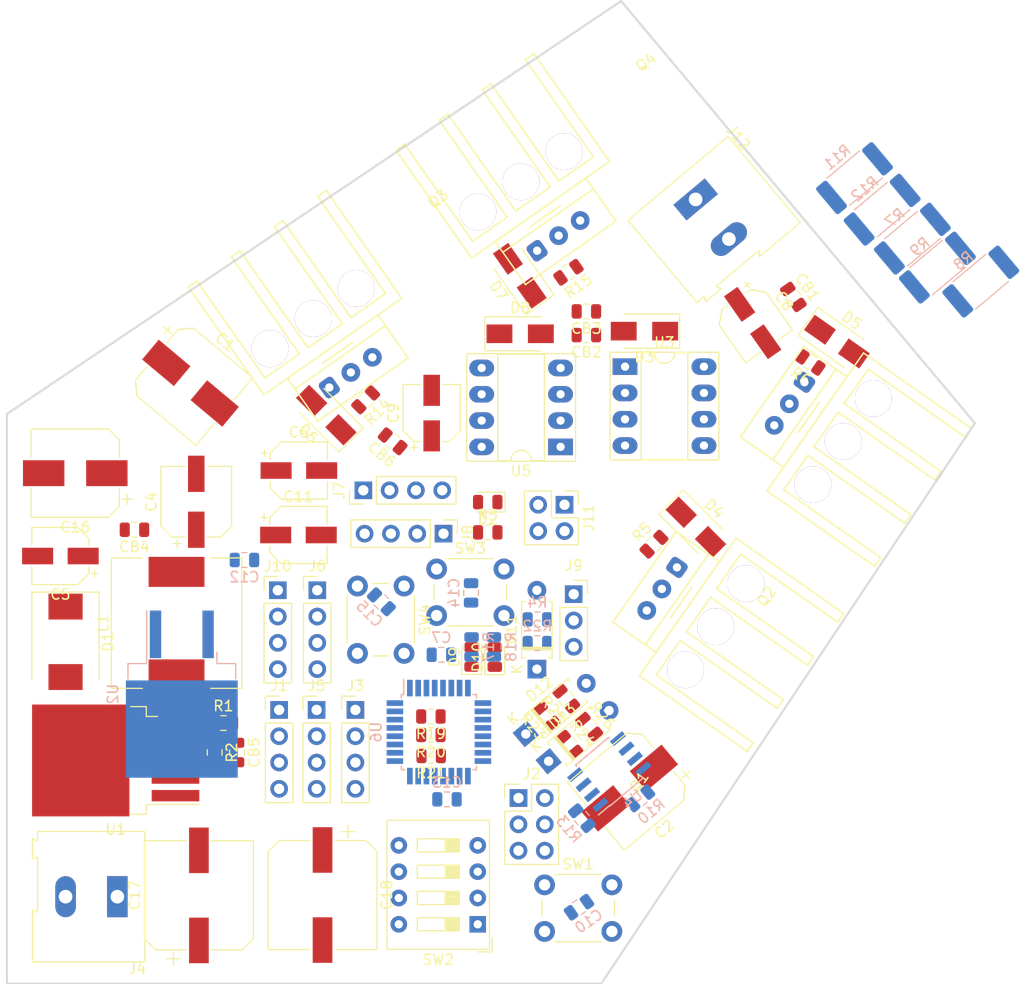
<source format=kicad_pcb>
(kicad_pcb (version 20171130) (host pcbnew "(5.0.1)-3")
  (layers (0 F.Cu signal) (31 B.Cu signal) (34 B.Paste user) (35 F.Paste user) (36 B.SilkS user) (37 F.SilkS user) (38 B.Mask user) (39 F.Mask user) (44 Edge.Cuts user))
  (net 0 "")
  (net 1 +5V)
  (net 2 GND)
  (net 3 +15V)
  (net 4 "Net-(D2-Pad1)")
  (net 5 "Net-(D4-Pad1)")
  (net 6 "Net-(D6-Pad1)")
  (net 7 "Net-(D12-Pad1)")
  (net 8 VCC)
  (net 9 "Net-(D1-Pad1)")
  (net 10 "Net-(D7-Pad1)")
  (net 11 "Net-(D9-Pad2)")
  (net 12 "Net-(D10-Pad2)")
  (net 13 "Net-(D11-Pad1)")
  (net 14 "Net-(R10-Pad1)")
  (net 15 "Net-(SW2-Pad1)")
  (net 16 "Net-(D5-Pad1)")
  (net 17 "Net-(C8-Pad2)")
  (net 18 "Net-(C8-Pad1)")
  (net 19 "Net-(C9-Pad2)")
  (net 20 "Net-(C9-Pad1)")
  (net 21 /RST)
  (net 22 "Net-(D4-Pad2)")
  (net 23 "Net-(D5-Pad2)")
  (net 24 "Net-(D6-Pad2)")
  (net 25 "Net-(D7-Pad2)")
  (net 26 "Net-(D13-Pad1)")
  (net 27 /SDA)
  (net 28 /SCL)
  (net 29 /MISO)
  (net 30 /SCK)
  (net 31 /MOSI)
  (net 32 /RX)
  (net 33 /TX)
  (net 34 /svo)
  (net 35 /B)
  (net 36 /A)
  (net 37 /SGN1)
  (net 38 /IN1)
  (net 39 /IN2)
  (net 40 /SGN2)
  (net 41 /M2)
  (net 42 /M1)
  (net 43 /IS+)
  (net 44 "Net-(R1-Pad1)")
  (net 45 /~SD)
  (net 46 /Isense)
  (net 47 "Net-(SW2-Pad2)")
  (net 48 "Net-(SW2-Pad3)")
  (net 49 "Net-(SW2-Pad4)")
  (net 50 "Net-(C14-Pad1)")
  (net 51 "Net-(C15-Pad1)")
  (net 52 "Net-(R17-Pad1)")
  (net 53 "Net-(R18-Pad1)")
  (net 54 "Net-(U4-Pad7)")
  (net 55 "Net-(U6-Pad10)")
  (net 56 "Net-(U6-Pad19)")
  (net 57 "Net-(U6-Pad20)")
  (net 58 "Net-(J6-Pad4)")
  (net 59 "Net-(J6-Pad3)")
  (module Diode_SMD:D_SMA (layer F.Cu) (at 171.432786 107.170786 315)
    (fp_text reference D4 (at 0 -2.5 315) (layer F.SilkS))
    (fp_text value D)
    (pad 2 smd rect (at 2.000001 0 315) (size 2.5 1.8) (layers F.Cu F.Paste F.Mask) (net 22 "Net-(D4-Pad2)"))
    (pad 1 smd rect (at -2.000001 0 315) (size 2.5 1.8) (layers F.Cu F.Paste F.Mask) (net 5 "Net-(D4-Pad1)"))
  )
  (module Inductor_SMD:L_12x12mm_H6mm (layer F.Cu) (at 121.285 116.462 90)
    (fp_text reference L1 (at 0 -7.1 90) (layer F.SilkS))
    (fp_text value 220uH)
    (pad 2 smd rect (at 4.95 0 90) (size 2.9 5.4) (layers F.Cu F.Paste F.Mask) (net 3 +15V))
    (pad 1 smd rect (at -4.95 0 90) (size 2.9 5.4) (layers F.Cu F.Paste F.Mask) (net 9 "Net-(D1-Pad1)"))
  )
  (module Resistor_SMD:R_0805_2012Metric (layer F.Cu) (at 125.8085 126.111)
    (fp_text reference R1 (at 0 -1.65) (layer F.SilkS))
    (fp_text value 240)
    (pad 2 smd roundrect (at 0.9375 0) (size 0.975 1.4) (layers F.Cu F.Paste F.Mask) (net 3 +15V))
    (pad 1 smd roundrect (at -0.9375 0) (size 0.975 1.4) (layers F.Cu F.Paste F.Mask) (net 44 "Net-(R1-Pad1)"))
  )
  (module Resistor_SMD:R_0805_2012Metric (layer F.Cu) (at 124.968 128.9535 270)
    (fp_text reference R2 (at 0 -1.65 270) (layer F.SilkS))
    (fp_text value 2k7)
    (pad 2 smd roundrect (at 0.9375 0 270) (size 0.975 1.4) (layers F.Cu F.Paste F.Mask) (net 2 GND))
    (pad 1 smd roundrect (at -0.9375 0 270) (size 0.975 1.4) (layers F.Cu F.Paste F.Mask) (net 44 "Net-(R1-Pad1)"))
  )
  (module Resistor_SMD:R_0805_2012Metric (layer F.Cu) (at 151.3355 107.696)
    (fp_text reference R3 (at 0 -1.65) (layer F.SilkS))
    (fp_text value 540)
    (pad 2 smd roundrect (at 0.9375 0) (size 0.975 1.4) (layers F.Cu F.Paste F.Mask) (net 4 "Net-(D2-Pad1)"))
    (pad 1 smd roundrect (at -0.9375 0) (size 0.975 1.4) (layers F.Cu F.Paste F.Mask) (net 2 GND))
  )
  (module Resistor_SMD:R_0805_2012Metric (layer B.Cu) (at 156.131501 116.102602 180)
    (fp_text reference R4 (at 0 1.65 180) (layer B.SilkS) (effects (justify mirror)))
    (fp_text value R)
    (pad 2 smd roundrect (at 0.9375 0 180) (size 0.975 1.4) (layers B.Cu B.Paste B.Mask) (net 1 +5V))
    (pad 1 smd roundrect (at -0.9375 0 180) (size 0.975 1.4) (layers B.Cu B.Paste B.Mask) (net 45 /~SD))
  )
  (module Resistor_SMD:R_0805_2012Metric (layer F.Cu) (at 167.386 108.839 45)
    (fp_text reference R5 (at 0 -1.65 45) (layer F.SilkS))
    (fp_text value R)
    (pad 2 smd roundrect (at 0.937501 0 45) (size 0.975 1.4) (layers F.Cu F.Paste F.Mask) (net 5 "Net-(D4-Pad1)"))
    (pad 1 smd roundrect (at -0.937501 0 45) (size 0.975 1.4) (layers F.Cu F.Paste F.Mask) (net 22 "Net-(D4-Pad2)"))
  )
  (module Resistor_SMD:R_0805_2012Metric (layer F.Cu) (at 182.493045 91.283272 145)
    (fp_text reference R6 (at 0 -1.65 145) (layer F.SilkS))
    (fp_text value R)
    (pad 2 smd roundrect (at 0.937501 0 145) (size 0.975 1.4) (layers F.Cu F.Paste F.Mask) (net 16 "Net-(D5-Pad1)"))
    (pad 1 smd roundrect (at -0.937501 0 145) (size 0.975 1.4) (layers F.Cu F.Paste F.Mask) (net 23 "Net-(D5-Pad2)"))
  )
  (module Resistor_SMD:R_0805_2012Metric (layer B.Cu) (at 166.072165 133.382386 40)
    (fp_text reference R10 (at 0 1.65 40) (layer B.SilkS) (effects (justify mirror)))
    (fp_text value 1K)
    (pad 2 smd roundrect (at 0.9375 0.000001 40) (size 0.975 1.4) (layers B.Cu B.Paste B.Mask) (net 2 GND))
    (pad 1 smd roundrect (at -0.9375 -0.000001 40) (size 0.975 1.4) (layers B.Cu B.Paste B.Mask) (net 14 "Net-(R10-Pad1)"))
  )
  (module Resistor_SMD:R_0805_2012Metric (layer B.Cu) (at 160.433386 135.298835 310)
    (fp_text reference R13 (at 0 1.65 310) (layer B.SilkS) (effects (justify mirror)))
    (fp_text value 10K)
    (pad 2 smd roundrect (at 0.9375 0.000001 310) (size 0.975 1.4) (layers B.Cu B.Paste B.Mask) (net 46 /Isense))
    (pad 1 smd roundrect (at -0.9375 -0.000001 310) (size 0.975 1.4) (layers B.Cu B.Paste B.Mask) (net 14 "Net-(R10-Pad1)"))
  )
  (module Resistor_SMD:R_0805_2012Metric (layer B.Cu) (at 149.772841 118.756582 90)
    (fp_text reference R17 (at 0 1.65 90) (layer B.SilkS) (effects (justify mirror)))
    (fp_text value 540)
    (pad 2 smd roundrect (at 0.9375 0 90) (size 0.975 1.4) (layers B.Cu B.Paste B.Mask) (net 11 "Net-(D9-Pad2)"))
    (pad 1 smd roundrect (at -0.9375 0 90) (size 0.975 1.4) (layers B.Cu B.Paste B.Mask) (net 52 "Net-(R17-Pad1)"))
  )
  (module Package_DIP:DIP-8_W7.62mm_Socket_LongPads (layer F.Cu) (at 158.369 99.441 180)
    (fp_text reference U5 (at 3.81 -2.33 180) (layer F.SilkS))
    (fp_text value IR2104)
    (pad 8 thru_hole oval (at 7.62 0 180) (size 2.4 1.6) (drill 0.8) (layers *.Cu *.Mask) (net 20 "Net-(C9-Pad1)"))
    (pad 4 thru_hole oval (at 0 7.62 180) (size 2.4 1.6) (drill 0.8) (layers *.Cu *.Mask) (net 2 GND))
    (pad 7 thru_hole oval (at 7.62 2.54 180) (size 2.4 1.6) (drill 0.8) (layers *.Cu *.Mask) (net 6 "Net-(D6-Pad1)"))
    (pad 3 thru_hole oval (at 0 5.08 180) (size 2.4 1.6) (drill 0.8) (layers *.Cu *.Mask) (net 45 /~SD))
    (pad 6 thru_hole oval (at 7.62 5.08 180) (size 2.4 1.6) (drill 0.8) (layers *.Cu *.Mask) (net 19 "Net-(C9-Pad2)"))
    (pad 2 thru_hole oval (at 0 2.54 180) (size 2.4 1.6) (drill 0.8) (layers *.Cu *.Mask) (net 39 /IN2))
    (pad 5 thru_hole oval (at 7.62 7.62 180) (size 2.4 1.6) (drill 0.8) (layers *.Cu *.Mask) (net 10 "Net-(D7-Pad1)"))
    (pad 1 thru_hole rect (at 0 0 180) (size 2.4 1.6) (drill 0.8) (layers *.Cu *.Mask) (net 3 +15V))
  )
  (module Capacitor_SMD:C_0805_2012Metric (layer F.Cu) (at 180.848 84.963 305)
    (fp_text reference CB1 (at 0 -1.65 305) (layer F.SilkS))
    (fp_text value .1)
    (pad 2 smd roundrect (at 0.937502 0 305) (size 0.975 1.4) (layers F.Cu F.Paste F.Mask) (net 17 "Net-(C8-Pad2)"))
    (pad 1 smd roundrect (at -0.937502 0 305) (size 0.975 1.4) (layers F.Cu F.Paste F.Mask) (net 18 "Net-(C8-Pad1)"))
  )
  (module Capacitor_SMD:C_0805_2012Metric (layer F.Cu) (at 160.860499 88.646 180)
    (fp_text reference CB2 (at 0 -1.65 180) (layer F.SilkS))
    (fp_text value 1uF)
    (pad 2 smd roundrect (at 0.937501 0 180) (size 0.975 1.4) (layers F.Cu F.Paste F.Mask) (net 2 GND))
    (pad 1 smd roundrect (at -0.937501 0 180) (size 0.975 1.4) (layers F.Cu F.Paste F.Mask) (net 3 +15V))
  )
  (module Capacitor_SMD:C_0805_2012Metric (layer F.Cu) (at 160.8605 86.36 180)
    (fp_text reference CB3 (at 0 -1.65 180) (layer F.SilkS))
    (fp_text value .1uF)
    (pad 2 smd roundrect (at 0.9375 0 180) (size 0.975 1.4) (layers F.Cu F.Paste F.Mask) (net 2 GND))
    (pad 1 smd roundrect (at -0.9375 0 180) (size 0.975 1.4) (layers F.Cu F.Paste F.Mask) (net 3 +15V))
  )
  (module Capacitor_SMD:C_0805_2012Metric (layer F.Cu) (at 117.221 107.442 180)
    (fp_text reference CB4 (at 0 -1.65 180) (layer F.SilkS))
    (fp_text value 1uF)
    (pad 2 smd roundrect (at 0.9375 0 180) (size 0.975 1.4) (layers F.Cu F.Paste F.Mask) (net 2 GND))
    (pad 1 smd roundrect (at -0.9375 0 180) (size 0.975 1.4) (layers F.Cu F.Paste F.Mask) (net 3 +15V))
  )
  (module Capacitor_SMD:C_0805_2012Metric (layer F.Cu) (at 127.127 128.9535 270)
    (fp_text reference CB5 (at 0 -1.65 270) (layer F.SilkS))
    (fp_text value .1uF)
    (pad 2 smd roundrect (at 0.9375 0 270) (size 0.975 1.4) (layers F.Cu F.Paste F.Mask) (net 2 GND))
    (pad 1 smd roundrect (at -0.9375 0 270) (size 0.975 1.4) (layers F.Cu F.Paste F.Mask) (net 3 +15V))
  )
  (module Capacitor_SMD:C_0805_2012Metric (layer F.Cu) (at 142.156833 98.900613 140)
    (fp_text reference CB6 (at 0 -1.65 140) (layer F.SilkS))
    (fp_text value .1u)
    (pad 2 smd roundrect (at 0.9375 -0.000001 140) (size 0.975 1.4) (layers F.Cu F.Paste F.Mask) (net 19 "Net-(C9-Pad2)"))
    (pad 1 smd roundrect (at -0.9375 0.000001 140) (size 0.975 1.4) (layers F.Cu F.Paste F.Mask) (net 20 "Net-(C9-Pad1)"))
  )
  (module Connector_PinHeader_2.54mm:PinHeader_1x04_P2.54mm_Vertical (layer F.Cu) (at 138.557 124.841)
    (fp_text reference J3 (at 0 -2.33) (layer F.SilkS))
    (fp_text value "I2C HDR")
    (pad 4 thru_hole oval (at 0 7.62) (size 1.7 1.7) (drill 1) (layers *.Cu *.Mask) (net 1 +5V))
    (pad 3 thru_hole oval (at 0 5.08) (size 1.7 1.7) (drill 1) (layers *.Cu *.Mask) (net 2 GND))
    (pad 2 thru_hole oval (at 0 2.54) (size 1.7 1.7) (drill 1) (layers *.Cu *.Mask) (net 27 /SDA))
    (pad 1 thru_hole rect (at 0 0) (size 1.7 1.7) (drill 1) (layers *.Cu *.Mask) (net 28 /SCL))
  )
  (module Connector_PinHeader_2.54mm:PinHeader_1x04_P2.54mm_Vertical (layer F.Cu) (at 134.813011 124.841)
    (fp_text reference J5 (at 0 -2.33) (layer F.SilkS))
    (fp_text value "I2C HDR")
    (pad 4 thru_hole oval (at 0 7.62) (size 1.7 1.7) (drill 1) (layers *.Cu *.Mask) (net 1 +5V))
    (pad 3 thru_hole oval (at 0 5.08) (size 1.7 1.7) (drill 1) (layers *.Cu *.Mask) (net 2 GND))
    (pad 2 thru_hole oval (at 0 2.54) (size 1.7 1.7) (drill 1) (layers *.Cu *.Mask) (net 27 /SDA))
    (pad 1 thru_hole rect (at 0 0) (size 1.7 1.7) (drill 1) (layers *.Cu *.Mask) (net 28 /SCL))
  )
  (module Connector_PinHeader_2.54mm:PinHeader_1x04_P2.54mm_Vertical (layer F.Cu) (at 134.874 113.284)
    (fp_text reference J6 (at 0 -2.33) (layer F.SilkS))
    (fp_text value "UART HDR")
    (pad 4 thru_hole oval (at 0 7.62) (size 1.7 1.7) (drill 1) (layers *.Cu *.Mask) (net 58 "Net-(J6-Pad4)"))
    (pad 3 thru_hole oval (at 0 5.08) (size 1.7 1.7) (drill 1) (layers *.Cu *.Mask) (net 59 "Net-(J6-Pad3)"))
    (pad 2 thru_hole oval (at 0 2.54) (size 1.7 1.7) (drill 1) (layers *.Cu *.Mask) (net 1 +5V))
    (pad 1 thru_hole rect (at 0 0) (size 1.7 1.7) (drill 1) (layers *.Cu *.Mask) (net 2 GND))
  )
  (module Connector_PinHeader_2.54mm:PinHeader_1x04_P2.54mm_Vertical (layer F.Cu) (at 139.319 103.632 90)
    (fp_text reference J7 (at 0 -2.33 90) (layer F.SilkS))
    (fp_text value "5V HDR")
    (pad 4 thru_hole oval (at 0 7.62 90) (size 1.7 1.7) (drill 1) (layers *.Cu *.Mask) (net 1 +5V))
    (pad 3 thru_hole oval (at 0 5.08 90) (size 1.7 1.7) (drill 1) (layers *.Cu *.Mask) (net 1 +5V))
    (pad 2 thru_hole oval (at 0 2.54 90) (size 1.7 1.7) (drill 1) (layers *.Cu *.Mask) (net 1 +5V))
    (pad 1 thru_hole rect (at 0 0 90) (size 1.7 1.7) (drill 1) (layers *.Cu *.Mask) (net 1 +5V))
  )
  (module Connector_PinHeader_2.54mm:PinHeader_1x04_P2.54mm_Vertical (layer F.Cu) (at 147.066 107.823 270)
    (fp_text reference J8 (at 0 -2.33 270) (layer F.SilkS))
    (fp_text value "GND HDR")
    (pad 4 thru_hole oval (at 0 7.62 270) (size 1.7 1.7) (drill 1) (layers *.Cu *.Mask) (net 2 GND))
    (pad 3 thru_hole oval (at 0 5.08 270) (size 1.7 1.7) (drill 1) (layers *.Cu *.Mask) (net 2 GND))
    (pad 2 thru_hole oval (at 0 2.54 270) (size 1.7 1.7) (drill 1) (layers *.Cu *.Mask) (net 2 GND))
    (pad 1 thru_hole rect (at 0 0 270) (size 1.7 1.7) (drill 1) (layers *.Cu *.Mask) (net 2 GND))
  )
  (module Connector_PinHeader_2.54mm:PinHeader_1x04_P2.54mm_Vertical (layer F.Cu) (at 131.064 113.284)
    (fp_text reference J10 (at 0 -2.33) (layer F.SilkS))
    (fp_text value "ENCODER HDR")
    (pad 4 thru_hole oval (at 0 7.62) (size 1.7 1.7) (drill 1) (layers *.Cu *.Mask) (net 36 /A))
    (pad 3 thru_hole oval (at 0 5.08) (size 1.7 1.7) (drill 1) (layers *.Cu *.Mask) (net 35 /B))
    (pad 2 thru_hole oval (at 0 2.54) (size 1.7 1.7) (drill 1) (layers *.Cu *.Mask) (net 1 +5V))
    (pad 1 thru_hole rect (at 0 0) (size 1.7 1.7) (drill 1) (layers *.Cu *.Mask) (net 2 GND))
  )
  (module TerminalBlock:TerminalBlock_Altech_AK300-2_P5.00mm (layer F.Cu) (at 171.411062 75.544778 310)
    (fp_text reference J12 (at -1.92 -6.99 310) (layer F.SilkS))
    (fp_text value motor)
    (pad 2 thru_hole oval (at 5 0 310) (size 1.98 3.96) (drill 1.32) (layers *.Cu *.Mask) (net 42 /M1))
    (pad 1 thru_hole rect (at 0 0 310) (size 1.98 3.96) (drill 1.32) (layers *.Cu *.Mask) (net 41 /M2))
  )
  (module Capacitor_SMD:C_0805_2012Metric (layer B.Cu) (at 127.8405 110.363)
    (fp_text reference C12 (at 0 1.65) (layer B.SilkS) (effects (justify mirror)))
    (fp_text value C_Small)
    (pad 2 smd roundrect (at 0.9375 0) (size 0.975 1.4) (layers B.Cu B.Paste B.Mask) (net 2 GND))
    (pad 1 smd roundrect (at -0.9375 0) (size 0.975 1.4) (layers B.Cu B.Paste B.Mask) (net 1 +5V))
  )
  (module Capacitor_SMD:C_0805_2012Metric (layer B.Cu) (at 147.3985 133.477 180)
    (fp_text reference C13 (at 0 1.65 180) (layer B.SilkS) (effects (justify mirror)))
    (fp_text value C_Small)
    (pad 2 smd roundrect (at 0.9375 0 180) (size 0.975 1.4) (layers B.Cu B.Paste B.Mask) (net 2 GND))
    (pad 1 smd roundrect (at -0.9375 0 180) (size 0.975 1.4) (layers B.Cu B.Paste B.Mask) (net 1 +5V))
  )
  (module LED_SMD:LED_0805_2012Metric (layer F.Cu) (at 151.335501 104.775002 180)
    (fp_text reference D2 (at 0 -1.65 180) (layer F.SilkS))
    (fp_text value POWER_LED)
    (pad 2 smd roundrect (at 0.9375 0 180) (size 0.975 1.4) (layers F.Cu F.Paste F.Mask) (net 1 +5V))
    (pad 1 smd roundrect (at -0.9375 0 180) (size 0.975 1.4) (layers F.Cu F.Paste F.Mask) (net 4 "Net-(D2-Pad1)"))
  )
  (module Diode_SMD:D_SMA (layer F.Cu) (at 135.745786 96.375786 135)
    (fp_text reference D6 (at 0 -2.5 135) (layer F.SilkS))
    (fp_text value D)
    (pad 2 smd rect (at 2.000001 0 135) (size 2.5 1.8) (layers F.Cu F.Paste F.Mask) (net 24 "Net-(D6-Pad2)"))
    (pad 1 smd rect (at -2.000001 0 135) (size 2.5 1.8) (layers F.Cu F.Paste F.Mask) (net 6 "Net-(D6-Pad1)"))
  )
  (module Diode_SMD:D_SMA (layer F.Cu) (at 154.464 88.519)
    (fp_text reference D8 (at 0 -2.5) (layer F.SilkS))
    (fp_text value D)
    (pad 2 smd rect (at 2 0) (size 2.5 1.8) (layers F.Cu F.Paste F.Mask) (net 3 +15V))
    (pad 1 smd rect (at -2 0) (size 2.5 1.8) (layers F.Cu F.Paste F.Mask) (net 20 "Net-(C9-Pad1)"))
  )
  (module Connector_PinHeader_2.54mm:PinHeader_1x04_P2.54mm_Vertical (layer F.Cu) (at 131.191 124.841)
    (fp_text reference J1 (at 0 -2.33) (layer F.SilkS))
    (fp_text value "I2C HDR")
    (pad 4 thru_hole oval (at 0 7.62) (size 1.7 1.7) (drill 1) (layers *.Cu *.Mask) (net 1 +5V))
    (pad 3 thru_hole oval (at 0 5.08) (size 1.7 1.7) (drill 1) (layers *.Cu *.Mask) (net 2 GND))
    (pad 2 thru_hole oval (at 0 2.54) (size 1.7 1.7) (drill 1) (layers *.Cu *.Mask) (net 27 /SDA))
    (pad 1 thru_hole rect (at 0 0) (size 1.7 1.7) (drill 1) (layers *.Cu *.Mask) (net 28 /SCL))
  )
  (module TerminalBlock:TerminalBlock_Altech_AK300-2_P5.00mm (layer F.Cu) (at 115.57 142.875 180)
    (fp_text reference J4 (at -1.92 -6.99 180) (layer F.SilkS))
    (fp_text value Screw_Terminal_01x02)
    (pad 2 thru_hole oval (at 5 0 180) (size 1.98 3.96) (drill 1.32) (layers *.Cu *.Mask) (net 8 VCC))
    (pad 1 thru_hole rect (at 0 0 180) (size 1.98 3.96) (drill 1.32) (layers *.Cu *.Mask) (net 2 GND))
  )
  (module Connector_PinHeader_2.54mm:PinHeader_2x02_P2.54mm_Vertical (layer F.Cu) (at 158.75 105.029 270)
    (fp_text reference J11 (at 1.27 -2.33 270) (layer F.SilkS))
    (fp_text value "CROSS CONN")
    (pad 4 thru_hole oval (at 2.54 2.54 270) (size 1.7 1.7) (drill 1) (layers *.Cu *.Mask) (net 40 /SGN2))
    (pad 3 thru_hole oval (at 0 2.54 270) (size 1.7 1.7) (drill 1) (layers *.Cu *.Mask) (net 39 /IN2))
    (pad 2 thru_hole oval (at 2.54 0 270) (size 1.7 1.7) (drill 1) (layers *.Cu *.Mask) (net 38 /IN1))
    (pad 1 thru_hole rect (at 0 0 270) (size 1.7 1.7) (drill 1) (layers *.Cu *.Mask) (net 37 /SGN1))
  )
  (module Resistor_SMD:R_0805_2012Metric (layer F.Cu) (at 139.545087 94.896913 225)
    (fp_text reference R14 (at 0 -1.65 225) (layer F.SilkS))
    (fp_text value R)
    (pad 2 smd roundrect (at 0.937501 0 225) (size 0.975 1.4) (layers F.Cu F.Paste F.Mask) (net 6 "Net-(D6-Pad1)"))
    (pad 1 smd roundrect (at -0.937501 0 225) (size 0.975 1.4) (layers F.Cu F.Paste F.Mask) (net 24 "Net-(D6-Pad2)"))
  )
  (module Resistor_SMD:R_0805_2012Metric (layer B.Cu) (at 151.928102 118.756582 90)
    (fp_text reference R18 (at 0 1.65 90) (layer B.SilkS) (effects (justify mirror)))
    (fp_text value 540)
    (pad 2 smd roundrect (at 0.9375 0 90) (size 0.975 1.4) (layers B.Cu B.Paste B.Mask) (net 12 "Net-(D10-Pad2)"))
    (pad 1 smd roundrect (at -0.9375 0 90) (size 0.975 1.4) (layers B.Cu B.Paste B.Mask) (net 53 "Net-(R18-Pad1)"))
  )
  (module Resistor_SMD:R_0805_2012Metric (layer F.Cu) (at 145.844501 125.476 180)
    (fp_text reference R19 (at 0 -1.65 180) (layer F.SilkS))
    (fp_text value 10K)
    (pad 2 smd roundrect (at 0.9375 0 180) (size 0.975 1.4) (layers F.Cu F.Paste F.Mask) (net 21 /RST))
    (pad 1 smd roundrect (at -0.9375 0 180) (size 0.975 1.4) (layers F.Cu F.Paste F.Mask) (net 1 +5V))
  )
  (module Button_Switch_THT:SW_PUSH_6mm (layer F.Cu) (at 156.822001 141.732001)
    (fp_text reference SW1 (at 3.25 -2) (layer F.SilkS))
    (fp_text value SW_Push)
    (pad 1 thru_hole circle (at 6.5 0 90) (size 2 2) (drill 1.1) (layers *.Cu *.Mask) (net 2 GND))
    (pad 2 thru_hole circle (at 6.5 4.5 90) (size 2 2) (drill 1.1) (layers *.Cu *.Mask) (net 21 /RST))
    (pad 1 thru_hole circle (at 0 0 90) (size 2 2) (drill 1.1) (layers *.Cu *.Mask) (net 2 GND))
    (pad 2 thru_hole circle (at 0 4.5 90) (size 2 2) (drill 1.1) (layers *.Cu *.Mask) (net 21 /RST))
  )
  (module Button_Switch_THT:SW_PUSH_6mm (layer F.Cu) (at 143.256 112.88 270)
    (fp_text reference SW4 (at 3.25 -2 270) (layer F.SilkS))
    (fp_text value SW_Push)
    (pad 1 thru_hole circle (at 6.5 0) (size 2 2) (drill 1.1) (layers *.Cu *.Mask) (net 51 "Net-(C15-Pad1)"))
    (pad 2 thru_hole circle (at 6.5 4.5) (size 2 2) (drill 1.1) (layers *.Cu *.Mask) (net 2 GND))
    (pad 1 thru_hole circle (at 0 0) (size 2 2) (drill 1.1) (layers *.Cu *.Mask) (net 51 "Net-(C15-Pad1)"))
    (pad 2 thru_hole circle (at 0 4.5) (size 2 2) (drill 1.1) (layers *.Cu *.Mask) (net 2 GND))
  )
  (module Resistor_SMD:R_0805_2012Metric (layer F.Cu) (at 145.844501 127.254 180)
    (fp_text reference R20 (at 0 -1.65 180) (layer F.SilkS))
    (fp_text value 4K7)
    (pad 2 smd roundrect (at 0.9375 0 180) (size 0.975 1.4) (layers F.Cu F.Paste F.Mask) (net 28 /SCL))
    (pad 1 smd roundrect (at -0.9375 0 180) (size 0.975 1.4) (layers F.Cu F.Paste F.Mask) (net 1 +5V))
  )
  (module Resistor_SMD:R_0805_2012Metric (layer F.Cu) (at 157.004385 125.392837 130)
    (fp_text reference R23 (at 0 -1.65 130) (layer F.SilkS))
    (fp_text value 10K)
    (pad 2 smd roundrect (at 0.9375 0.000001 130) (size 0.975 1.4) (layers F.Cu F.Paste F.Mask) (net 7 "Net-(D12-Pad1)"))
    (pad 1 smd roundrect (at -0.9375 -0.000001 130) (size 0.975 1.4) (layers F.Cu F.Paste F.Mask) (net 2 GND))
  )
  (module Resistor_SMD:R_0805_2012Metric (layer F.Cu) (at 161.130613 126.448167 310)
    (fp_text reference R26 (at 0 -1.65 310) (layer F.SilkS))
    (fp_text value 1K)
    (pad 2 smd roundrect (at 0.9375 0.000001 310) (size 0.975 1.4) (layers F.Cu F.Paste F.Mask) (net 26 "Net-(D13-Pad1)"))
    (pad 1 smd roundrect (at -0.9375 -0.000001 310) (size 0.975 1.4) (layers F.Cu F.Paste F.Mask) (net 40 /SGN2))
  )
  (module Package_QFP:TQFP-32_7x7mm_P0.8mm (layer B.Cu) (at 146.617 126.981 270)
    (fp_text reference U6 (at 0 6.05 270) (layer B.SilkS) (effects (justify mirror)))
    (fp_text value ATmega328P-AU-MCU_Microchip_ATmega)
    (pad 32 smd rect (at -2.8 4.25 180) (size 1.6 0.55) (layers B.Cu B.Paste B.Mask) (net 36 /A))
    (pad 31 smd rect (at -2 4.25 180) (size 1.6 0.55) (layers B.Cu B.Paste B.Mask) (net 33 /TX))
    (pad 30 smd rect (at -1.2 4.25 180) (size 1.6 0.55) (layers B.Cu B.Paste B.Mask) (net 32 /RX))
    (pad 29 smd rect (at -0.4 4.25 180) (size 1.6 0.55) (layers B.Cu B.Paste B.Mask) (net 21 /RST))
    (pad 28 smd rect (at 0.4 4.25 180) (size 1.6 0.55) (layers B.Cu B.Paste B.Mask) (net 28 /SCL))
    (pad 27 smd rect (at 1.2 4.25 180) (size 1.6 0.55) (layers B.Cu B.Paste B.Mask) (net 27 /SDA))
    (pad 26 smd rect (at 2 4.25 180) (size 1.6 0.55) (layers B.Cu B.Paste B.Mask) (net 15 "Net-(SW2-Pad1)"))
    (pad 25 smd rect (at 2.8 4.25 180) (size 1.6 0.55) (layers B.Cu B.Paste B.Mask) (net 47 "Net-(SW2-Pad2)"))
    (pad 24 smd rect (at 4.25 2.8 270) (size 1.6 0.55) (layers B.Cu B.Paste B.Mask) (net 48 "Net-(SW2-Pad3)"))
    (pad 23 smd rect (at 4.25 2 270) (size 1.6 0.55) (layers B.Cu B.Paste B.Mask) (net 49 "Net-(SW2-Pad4)"))
    (pad 22 smd rect (at 4.25 1.2 270) (size 1.6 0.55) (layers B.Cu B.Paste B.Mask) (net 46 /Isense))
    (pad 21 smd rect (at 4.25 0.4 270) (size 1.6 0.55) (layers B.Cu B.Paste B.Mask) (net 2 GND))
    (pad 20 smd rect (at 4.25 -0.4 270) (size 1.6 0.55) (layers B.Cu B.Paste B.Mask) (net 57 "Net-(U6-Pad20)"))
    (pad 19 smd rect (at 4.25 -1.2 270) (size 1.6 0.55) (layers B.Cu B.Paste B.Mask) (net 56 "Net-(U6-Pad19)"))
    (pad 18 smd rect (at 4.25 -2 270) (size 1.6 0.55) (layers B.Cu B.Paste B.Mask) (net 1 +5V))
    (pad 17 smd rect (at 4.25 -2.8 270) (size 1.6 0.55) (layers B.Cu B.Paste B.Mask) (net 30 /SCK))
    (pad 16 smd rect (at 2.8 -4.25 180) (size 1.6 0.55) (layers B.Cu B.Paste B.Mask) (net 29 /MISO))
    (pad 15 smd rect (at 2 -4.25 180) (size 1.6 0.55) (layers B.Cu B.Paste B.Mask) (net 31 /MOSI))
    (pad 14 smd rect (at 1.2 -4.25 180) (size 1.6 0.55) (layers B.Cu B.Paste B.Mask) (net 26 "Net-(D13-Pad1)"))
    (pad 13 smd rect (at 0.4 -4.25 180) (size 1.6 0.55) (layers B.Cu B.Paste B.Mask) (net 7 "Net-(D12-Pad1)"))
    (pad 12 smd rect (at -0.4 -4.25 180) (size 1.6 0.55) (layers B.Cu B.Paste B.Mask) (net 34 /svo))
    (pad 11 smd rect (at -1.2 -4.25 180) (size 1.6 0.55) (layers B.Cu B.Paste B.Mask) (net 13 "Net-(D11-Pad1)"))
    (pad 10 smd rect (at -2 -4.25 180) (size 1.6 0.55) (layers B.Cu B.Paste B.Mask) (net 55 "Net-(U6-Pad10)"))
    (pad 9 smd rect (at -2.8 -4.25 180) (size 1.6 0.55) (layers B.Cu B.Paste B.Mask) (net 50 "Net-(C14-Pad1)"))
    (pad 8 smd rect (at -4.25 -2.8 270) (size 1.6 0.55) (layers B.Cu B.Paste B.Mask) (net 53 "Net-(R18-Pad1)"))
    (pad 7 smd rect (at -4.25 -2 270) (size 1.6 0.55) (layers B.Cu B.Paste B.Mask) (net 52 "Net-(R17-Pad1)"))
    (pad 6 smd rect (at -4.25 -1.2 270) (size 1.6 0.55) (layers B.Cu B.Paste B.Mask) (net 1 +5V))
    (pad 5 smd rect (at -4.25 -0.4 270) (size 1.6 0.55) (layers B.Cu B.Paste B.Mask) (net 2 GND))
    (pad 4 smd rect (at -4.25 0.4 270) (size 1.6 0.55) (layers B.Cu B.Paste B.Mask) (net 1 +5V))
    (pad 3 smd rect (at -4.25 1.2 270) (size 1.6 0.55) (layers B.Cu B.Paste B.Mask) (net 2 GND))
    (pad 2 smd rect (at -4.25 2 270) (size 1.6 0.55) (layers B.Cu B.Paste B.Mask) (net 51 "Net-(C15-Pad1)"))
    (pad 1 smd rect (at -4.25 2.8 270) (size 1.6 0.55) (layers B.Cu B.Paste B.Mask) (net 35 /B))
  )
  (module Capacitor_SMD:CP_Elec_8x6.2 (layer F.Cu) (at 122.631564 93.289498 320)
    (fp_text reference C1 (at 0 -5.2 320) (layer F.SilkS))
    (fp_text value 470)
    (pad 2 smd rect (at 3.05 0 320) (size 4 2.5) (layers F.Cu F.Paste F.Mask) (net 2 GND))
    (pad 1 smd rect (at -3.05 0 320) (size 4 2.5) (layers F.Cu F.Paste F.Mask) (net 8 VCC))
  )
  (module Capacitor_SMD:CP_Elec_8x6.2 (layer F.Cu) (at 165.049565 132.3895 220)
    (fp_text reference C2 (at 0 -5.2 220) (layer F.SilkS))
    (fp_text value 470)
    (pad 2 smd rect (at 3.049999 0 220) (size 4 2.5) (layers F.Cu F.Paste F.Mask) (net 2 GND))
    (pad 1 smd rect (at -3.049999 0 220) (size 4 2.5) (layers F.Cu F.Paste F.Mask) (net 8 VCC))
  )
  (module Capacitor_SMD:CP_Elec_6.3x5.7 (layer F.Cu) (at 123.19 104.742 90)
    (fp_text reference C4 (at 0 -4.35 90) (layer F.SilkS))
    (fp_text value CP)
    (pad 2 smd rect (at 2.7 0 90) (size 3.5 1.6) (layers F.Cu F.Paste F.Mask) (net 2 GND))
    (pad 1 smd rect (at -2.7 0 90) (size 3.5 1.6) (layers F.Cu F.Paste F.Mask) (net 3 +15V))
  )
  (module Capacitor_SMD:CP_Elec_5x5.4 (layer F.Cu) (at 110.068 109.982 180)
    (fp_text reference C5 (at 0 -3.7 180) (layer F.SilkS))
    (fp_text value CP)
    (pad 2 smd rect (at 2.2 0 180) (size 3 1.6) (layers F.Cu F.Paste F.Mask) (net 2 GND))
    (pad 1 smd rect (at -2.2 0 180) (size 3 1.6) (layers F.Cu F.Paste F.Mask) (net 3 +15V))
  )
  (module Capacitor_SMD:CP_Elec_5x5.4 (layer F.Cu) (at 133.096 101.727)
    (fp_text reference C6 (at 0 -3.7) (layer F.SilkS))
    (fp_text value CP)
    (pad 2 smd rect (at 2.2 0) (size 3 1.6) (layers F.Cu F.Paste F.Mask) (net 2 GND))
    (pad 1 smd rect (at -2.2 0) (size 3 1.6) (layers F.Cu F.Paste F.Mask) (net 1 +5V))
  )
  (module Capacitor_SMD:C_0805_2012Metric (layer B.Cu) (at 146.859684 119.514477 180)
    (fp_text reference C7 (at 0 1.65 180) (layer B.SilkS) (effects (justify mirror)))
    (fp_text value C)
    (pad 2 smd roundrect (at 0.9375 0 180) (size 0.975 1.4) (layers B.Cu B.Paste B.Mask) (net 2 GND))
    (pad 1 smd roundrect (at -0.9375 0 180) (size 0.975 1.4) (layers B.Cu B.Paste B.Mask) (net 1 +5V))
  )
  (module Capacitor_SMD:C_0805_2012Metric (layer B.Cu) (at 160.147 143.891 35)
    (fp_text reference C10 (at 0 1.65 35) (layer B.SilkS) (effects (justify mirror)))
    (fp_text value C_Small)
    (pad 2 smd roundrect (at 0.9375 0 35) (size 0.975 1.4) (layers B.Cu B.Paste B.Mask) (net 2 GND))
    (pad 1 smd roundrect (at -0.9375 0 35) (size 0.975 1.4) (layers B.Cu B.Paste B.Mask) (net 21 /RST))
  )
  (module Capacitor_SMD:CP_Elec_5x4.4 (layer F.Cu) (at 133.055 107.95)
    (fp_text reference C11 (at 0 -3.7) (layer F.SilkS))
    (fp_text value CP_Small)
    (pad 2 smd rect (at 2.2 0) (size 3 1.6) (layers F.Cu F.Paste F.Mask) (net 2 GND))
    (pad 1 smd rect (at -2.2 0) (size 3 1.6) (layers F.Cu F.Paste F.Mask) (net 1 +5V))
  )
  (module Diode_SMD:D_SMA (layer F.Cu) (at 166.465001 88.264999 180)
    (fp_text reference D3 (at 0 -2.5 180) (layer F.SilkS))
    (fp_text value D)
    (pad 2 smd rect (at 2.000001 0 180) (size 2.5 1.8) (layers F.Cu F.Paste F.Mask) (net 3 +15V))
    (pad 1 smd rect (at -2.000001 0 180) (size 2.5 1.8) (layers F.Cu F.Paste F.Mask) (net 18 "Net-(C8-Pad1)"))
  )
  (module Diode_SMD:D_SMA (layer F.Cu) (at 185.051695 89.276847 325)
    (fp_text reference D5 (at 0 -2.5 325) (layer F.SilkS))
    (fp_text value D)
    (pad 2 smd rect (at 2.000001 0 325) (size 2.5 1.8) (layers F.Cu F.Paste F.Mask) (net 23 "Net-(D5-Pad2)"))
    (pad 1 smd rect (at -2.000001 0 325) (size 2.5 1.8) (layers F.Cu F.Paste F.Mask) (net 16 "Net-(D5-Pad1)"))
  )
  (module Diode_SMD:D_SMA (layer F.Cu) (at 154.436153 82.918304 125)
    (fp_text reference D7 (at 0 -2.5 125) (layer F.SilkS))
    (fp_text value D)
    (pad 2 smd rect (at 2.000001 0 125) (size 2.5 1.8) (layers F.Cu F.Paste F.Mask) (net 25 "Net-(D7-Pad2)"))
    (pad 1 smd rect (at -2.000001 0 125) (size 2.5 1.8) (layers F.Cu F.Paste F.Mask) (net 10 "Net-(D7-Pad1)"))
  )
  (module LED_SMD:LED_0805_2012Metric (layer F.Cu) (at 149.772841 119.733557 90)
    (fp_text reference D9 (at 0 -1.65 90) (layer F.SilkS))
    (fp_text value LED)
    (pad 2 smd roundrect (at 0.9375 0 90) (size 0.975 1.4) (layers F.Cu F.Paste F.Mask) (net 11 "Net-(D9-Pad2)"))
    (pad 1 smd roundrect (at -0.9375 0 90) (size 0.975 1.4) (layers F.Cu F.Paste F.Mask) (net 2 GND))
  )
  (module LED_SMD:LED_0805_2012Metric (layer F.Cu) (at 152.017905 119.74441 90)
    (fp_text reference D10 (at 0 -1.65 90) (layer F.SilkS))
    (fp_text value LED)
    (pad 2 smd roundrect (at 0.9375 0 90) (size 0.975 1.4) (layers F.Cu F.Paste F.Mask) (net 12 "Net-(D10-Pad2)"))
    (pad 1 smd roundrect (at -0.9375 0 90) (size 0.975 1.4) (layers F.Cu F.Paste F.Mask) (net 2 GND))
  )
  (module Connector_PinHeader_2.54mm:PinHeader_2x03_P2.54mm_Vertical (layer F.Cu) (at 154.305 133.35)
    (fp_text reference J2 (at 1.27 -2.33) (layer F.SilkS))
    (fp_text value AVR-ISP-6)
    (pad 6 thru_hole oval (at 2.54 5.08) (size 1.7 1.7) (drill 1) (layers *.Cu *.Mask) (net 2 GND))
    (pad 5 thru_hole oval (at 0 5.08) (size 1.7 1.7) (drill 1) (layers *.Cu *.Mask) (net 21 /RST))
    (pad 4 thru_hole oval (at 2.54 2.54) (size 1.7 1.7) (drill 1) (layers *.Cu *.Mask) (net 31 /MOSI))
    (pad 3 thru_hole oval (at 0 2.54) (size 1.7 1.7) (drill 1) (layers *.Cu *.Mask) (net 30 /SCK))
    (pad 2 thru_hole oval (at 2.54 0) (size 1.7 1.7) (drill 1) (layers *.Cu *.Mask) (net 1 +5V))
    (pad 1 thru_hole rect (at 0 0) (size 1.7 1.7) (drill 1) (layers *.Cu *.Mask) (net 29 /MISO))
  )
  (module Resistor_SMD:R_0805_2012Metric (layer F.Cu) (at 159.125045 82.579728 215)
    (fp_text reference R15 (at 0 -1.65 215) (layer F.SilkS))
    (fp_text value R)
    (pad 2 smd roundrect (at 0.937501 0 215) (size 0.975 1.4) (layers F.Cu F.Paste F.Mask) (net 10 "Net-(D7-Pad1)"))
    (pad 1 smd roundrect (at -0.937501 0 215) (size 0.975 1.4) (layers F.Cu F.Paste F.Mask) (net 25 "Net-(D7-Pad2)"))
  )
  (module Resistor_SMD:R_0805_2012Metric (layer B.Cu) (at 156.131501 118.388602 180)
    (fp_text reference R22 (at 0 1.65 180) (layer B.SilkS) (effects (justify mirror)))
    (fp_text value 4K7)
    (pad 2 smd roundrect (at 0.9375 0 180) (size 0.975 1.4) (layers B.Cu B.Paste B.Mask) (net 13 "Net-(D11-Pad1)"))
    (pad 1 smd roundrect (at -0.9375 0 180) (size 0.975 1.4) (layers B.Cu B.Paste B.Mask) (net 45 /~SD))
  )
  (module Resistor_SMD:R_0805_2012Metric (layer F.Cu) (at 159.225613 128.20162 310)
    (fp_text reference R24 (at 0 -1.65 310) (layer F.SilkS))
    (fp_text value 10K)
    (pad 2 smd roundrect (at 0.9375 0.000001 310) (size 0.975 1.4) (layers F.Cu F.Paste F.Mask) (net 26 "Net-(D13-Pad1)"))
    (pad 1 smd roundrect (at -0.9375 -0.000001 310) (size 0.975 1.4) (layers F.Cu F.Paste F.Mask) (net 2 GND))
  )
  (module Resistor_SMD:R_0805_2012Metric (layer F.Cu) (at 158.909386 123.741835 130)
    (fp_text reference R25 (at 0 -1.65 130) (layer F.SilkS))
    (fp_text value 1K)
    (pad 2 smd roundrect (at 0.9375 0.000001 130) (size 0.975 1.4) (layers F.Cu F.Paste F.Mask) (net 7 "Net-(D12-Pad1)"))
    (pad 1 smd roundrect (at -0.9375 -0.000001 130) (size 0.975 1.4) (layers F.Cu F.Paste F.Mask) (net 37 /SGN1))
  )
  (module Button_Switch_THT:SW_DIP_SPSTx04_Slide_9.78x12.34mm_W7.62mm_P2.54mm (layer F.Cu) (at 150.368 145.542 180)
    (fp_text reference SW2 (at 3.81 -3.42 180) (layer F.SilkS))
    (fp_text value SW_DIP_x04)
    (pad 8 thru_hole oval (at 7.62 0 180) (size 1.6 1.6) (drill 0.8) (layers *.Cu *.Mask) (net 2 GND))
    (pad 4 thru_hole oval (at 0 7.62 180) (size 1.6 1.6) (drill 0.8) (layers *.Cu *.Mask) (net 49 "Net-(SW2-Pad4)"))
    (pad 7 thru_hole oval (at 7.62 2.54 180) (size 1.6 1.6) (drill 0.8) (layers *.Cu *.Mask) (net 2 GND))
    (pad 3 thru_hole oval (at 0 5.08 180) (size 1.6 1.6) (drill 0.8) (layers *.Cu *.Mask) (net 48 "Net-(SW2-Pad3)"))
    (pad 6 thru_hole oval (at 7.62 5.08 180) (size 1.6 1.6) (drill 0.8) (layers *.Cu *.Mask) (net 2 GND))
    (pad 2 thru_hole oval (at 0 2.54 180) (size 1.6 1.6) (drill 0.8) (layers *.Cu *.Mask) (net 47 "Net-(SW2-Pad2)"))
    (pad 5 thru_hole oval (at 7.62 7.62 180) (size 1.6 1.6) (drill 0.8) (layers *.Cu *.Mask) (net 2 GND))
    (pad 1 thru_hole rect (at 0 0 180) (size 1.6 1.6) (drill 0.8) (layers *.Cu *.Mask) (net 15 "Net-(SW2-Pad1)"))
  )
  (module Button_Switch_THT:SW_PUSH_6mm (layer F.Cu) (at 146.400977 111.231176)
    (fp_text reference SW3 (at 3.25 -2) (layer F.SilkS))
    (fp_text value SW_Push)
    (pad 1 thru_hole circle (at 6.5 0 90) (size 2 2) (drill 1.1) (layers *.Cu *.Mask) (net 50 "Net-(C14-Pad1)"))
    (pad 2 thru_hole circle (at 6.5 4.5 90) (size 2 2) (drill 1.1) (layers *.Cu *.Mask) (net 2 GND))
    (pad 1 thru_hole circle (at 0 0 90) (size 2 2) (drill 1.1) (layers *.Cu *.Mask) (net 50 "Net-(C14-Pad1)"))
    (pad 2 thru_hole circle (at 0 4.5 90) (size 2 2) (drill 1.1) (layers *.Cu *.Mask) (net 2 GND))
  )
  (module Package_TO_SOT_SMD:TO-263-5_TabPin3 (layer F.Cu) (at 115.4084 129.7214 180)
    (fp_text reference U1 (at 0 -6.65 180) (layer F.SilkS))
    (fp_text value LM2576HVS-ADJ)
    (pad 3 smd rect (at 3.375 0 180) (size 9.4 10.8) (layers F.Cu F.Mask) (net 2 GND))
    (pad 5 smd rect (at -5.775 3.4 180) (size 4.6 1.1) (layers F.Cu F.Paste F.Mask) (net 2 GND))
    (pad 4 smd rect (at -5.775 1.7 180) (size 4.6 1.1) (layers F.Cu F.Paste F.Mask) (net 44 "Net-(R1-Pad1)"))
    (pad 3 smd rect (at -5.775 0 180) (size 4.6 1.1) (layers F.Cu F.Paste F.Mask) (net 2 GND))
    (pad 2 smd rect (at -5.775 -1.7 180) (size 4.6 1.1) (layers F.Cu F.Paste F.Mask) (net 9 "Net-(D1-Pad1)"))
    (pad 1 smd rect (at -5.775 -3.4 180) (size 4.6 1.1) (layers F.Cu F.Paste F.Mask) (net 8 VCC))
  )
  (module Package_TO_SOT_SMD:TO-263-2 (layer B.Cu) (at 121.793 123.317 270)
    (fp_text reference U2 (at 0 6.65 270) (layer B.SilkS) (effects (justify mirror)))
    (fp_text value L7805)
    (pad 2 smd rect (at 3.375 0 270) (size 9.4 10.8) (layers B.Cu B.Mask) (net 2 GND))
    (pad 3 smd rect (at -5.775 -2.54 270) (size 4.6 1.1) (layers B.Cu B.Paste B.Mask) (net 1 +5V))
    (pad 1 smd rect (at -5.775 2.54 270) (size 4.6 1.1) (layers B.Cu B.Paste B.Mask) (net 3 +15V))
  )
  (module Package_DIP:DIP-8_W7.62mm_Socket_LongPads (layer F.Cu) (at 164.592 91.694)
    (fp_text reference U3 (at 3.81 -2.33) (layer F.SilkS))
    (fp_text value IR2104)
    (pad 8 thru_hole oval (at 7.62 0) (size 2.4 1.6) (drill 0.8) (layers *.Cu *.Mask) (net 18 "Net-(C8-Pad1)"))
    (pad 4 thru_hole oval (at 0 7.62) (size 2.4 1.6) (drill 0.8) (layers *.Cu *.Mask) (net 2 GND))
    (pad 7 thru_hole oval (at 7.62 2.54) (size 2.4 1.6) (drill 0.8) (layers *.Cu *.Mask) (net 5 "Net-(D4-Pad1)"))
    (pad 3 thru_hole oval (at 0 5.079999) (size 2.4 1.6) (drill 0.8) (layers *.Cu *.Mask) (net 45 /~SD))
    (pad 6 thru_hole oval (at 7.62 5.08) (size 2.4 1.6) (drill 0.8) (layers *.Cu *.Mask) (net 17 "Net-(C8-Pad2)"))
    (pad 2 thru_hole oval (at 0 2.54) (size 2.4 1.6) (drill 0.8) (layers *.Cu *.Mask) (net 38 /IN1))
    (pad 5 thru_hole oval (at 7.62 7.62) (size 2.4 1.6) (drill 0.8) (layers *.Cu *.Mask) (net 16 "Net-(D5-Pad1)"))
    (pad 1 thru_hole rect (at 0 0) (size 2.4 1.6) (drill 0.8) (layers *.Cu *.Mask) (net 3 +15V))
  )
  (module Package_SO:SOIC-8_3.9x4.9mm_P1.27mm (layer B.Cu) (at 163.068 130.81 40)
    (fp_text reference U4 (at 0 3.5 40) (layer B.SilkS) (effects (justify mirror)))
    (fp_text value LM358)
    (pad 8 smd rect (at 2.7 1.905 40) (size 1.55 0.6) (layers B.Cu B.Paste B.Mask) (net 1 +5V))
    (pad 7 smd rect (at 2.7 0.635 40) (size 1.55 0.6) (layers B.Cu B.Paste B.Mask) (net 54 "Net-(U4-Pad7)"))
    (pad 6 smd rect (at 2.7 -0.635 40) (size 1.55 0.6) (layers B.Cu B.Paste B.Mask) (net 2 GND))
    (pad 5 smd rect (at 2.7 -1.905 40) (size 1.55 0.6) (layers B.Cu B.Paste B.Mask) (net 2 GND))
    (pad 4 smd rect (at -2.7 -1.905 40) (size 1.55 0.6) (layers B.Cu B.Paste B.Mask) (net 2 GND))
    (pad 3 smd rect (at -2.7 -0.635 40) (size 1.55 0.6) (layers B.Cu B.Paste B.Mask) (net 43 /IS+))
    (pad 2 smd rect (at -2.7 0.635 40) (size 1.55 0.6) (layers B.Cu B.Paste B.Mask) (net 14 "Net-(R10-Pad1)"))
    (pad 1 smd rect (at -2.7 1.905 40) (size 1.55 0.6) (layers B.Cu B.Paste B.Mask) (net 46 /Isense))
  )
  (module Diode_THT:D_A-405_P7.62mm_Horizontal (layer F.Cu) (at 156.083 120.904 90)
    (fp_text reference D11 (at 3.81 -2.47 90) (layer F.SilkS))
    (fp_text value 5.1V)
    (fp_text user K (at 0 -1.9 90) (layer F.SilkS))
    (pad 2 thru_hole oval (at 7.62 0 90) (size 1.8 1.8) (drill 0.9) (layers *.Cu *.Mask) (net 2 GND))
    (pad 1 thru_hole rect (at 0 0 90) (size 1.8 1.8) (drill 0.9) (layers *.Cu *.Mask) (net 13 "Net-(D11-Pad1)"))
  )
  (module Diode_THT:D_A-405_P7.62mm_Horizontal (layer F.Cu) (at 155.010768 127.170382 40)
    (fp_text reference D12 (at 3.81 -2.47 40) (layer F.SilkS))
    (fp_text value 5.1V)
    (fp_text user K (at 0 -1.9 40) (layer F.SilkS))
    (pad 2 thru_hole oval (at 7.620001 0 40) (size 1.8 1.8) (drill 0.9) (layers *.Cu *.Mask) (net 2 GND))
    (pad 1 thru_hole rect (at 0 0 40) (size 1.8 1.8) (drill 0.9) (layers *.Cu *.Mask) (net 7 "Net-(D12-Pad1)"))
  )
  (module Diode_THT:D_A-405_P7.62mm_Horizontal (layer F.Cu) (at 157.214887 129.797147 40)
    (fp_text reference D13 (at 3.81 -2.47 40) (layer F.SilkS))
    (fp_text value 5.1V)
    (fp_text user K (at 0 -1.9 40) (layer F.SilkS))
    (pad 2 thru_hole oval (at 7.620001 0 40) (size 1.8 1.8) (drill 0.9) (layers *.Cu *.Mask) (net 2 GND))
    (pad 1 thru_hole rect (at 0 0 40) (size 1.8 1.8) (drill 0.9) (layers *.Cu *.Mask) (net 26 "Net-(D13-Pad1)"))
  )
  (module Resistor_SMD:R_0805_2012Metric (layer F.Cu) (at 145.874499 129.286 180)
    (fp_text reference R21 (at 0 -1.65 180) (layer F.SilkS))
    (fp_text value 4K7)
    (pad 2 smd roundrect (at 0.9375 0 180) (size 0.975 1.4) (layers F.Cu F.Paste F.Mask) (net 27 /SDA))
    (pad 1 smd roundrect (at -0.9375 0 180) (size 0.975 1.4) (layers F.Cu F.Paste F.Mask) (net 1 +5V))
  )
  (module Capacitor_SMD:C_0805_2012Metric (layer B.Cu) (at 149.725976 113.540278 270)
    (fp_text reference C14 (at 0 1.65 270) (layer B.SilkS) (effects (justify mirror)))
    (fp_text value C_Small)
    (pad 2 smd roundrect (at 0.9375 0 270) (size 0.975 1.4) (layers B.Cu B.Paste B.Mask) (net 2 GND))
    (pad 1 smd roundrect (at -0.9375 0 270) (size 0.975 1.4) (layers B.Cu B.Paste B.Mask) (net 50 "Net-(C14-Pad1)"))
  )
  (module Capacitor_SMD:C_0805_2012Metric (layer B.Cu) (at 141.069087 114.399087 315)
    (fp_text reference C15 (at 0 1.65 315) (layer B.SilkS) (effects (justify mirror)))
    (fp_text value C_Small)
    (pad 2 smd roundrect (at 0.937501 0 315) (size 0.975 1.4) (layers B.Cu B.Paste B.Mask) (net 2 GND))
    (pad 1 smd roundrect (at -0.937501 0 315) (size 0.975 1.4) (layers B.Cu B.Paste B.Mask) (net 51 "Net-(C15-Pad1)"))
  )
  (module Connector_PinSocket_2.54mm:PinSocket_1x03_P2.54mm_Vertical (layer F.Cu) (at 159.639 113.665)
    (fp_text reference J9 (at 0 -2.77) (layer F.SilkS))
    (fp_text value "servo hdr")
    (pad 3 thru_hole oval (at 0 5.08) (size 1.7 1.7) (drill 1) (layers *.Cu *.Mask) (net 34 /svo))
    (pad 2 thru_hole oval (at 0 2.54) (size 1.7 1.7) (drill 1) (layers *.Cu *.Mask) (net 1 +5V))
    (pad 1 thru_hole rect (at 0 0) (size 1.7 1.7) (drill 1) (layers *.Cu *.Mask) (net 2 GND))
  )
  (module Capacitor_SMD:CP_Elec_8x6.2 (layer F.Cu) (at 111.504 101.981 180)
    (fp_text reference C16 (at 0 -5.2 180) (layer F.SilkS))
    (fp_text value 470)
    (pad 2 smd rect (at 3.05 0 180) (size 4 2.5) (layers F.Cu F.Paste F.Mask) (net 2 GND))
    (pad 1 smd rect (at -3.05 0 180) (size 4 2.5) (layers F.Cu F.Paste F.Mask) (net 3 +15V))
  )
  (module Diode_SMD:D_SMC (layer F.Cu) (at 110.5662 118.266 270)
    (fp_text reference D1 (at 0 -4.1 270) (layer F.SilkS))
    (fp_text value SS24)
    (pad 2 smd rect (at 3.4 0) (size 3.3 2.5) (layers F.Cu F.Paste F.Mask) (net 2 GND))
    (pad 1 smd rect (at -3.4 0) (size 3.3 2.5) (layers F.Cu F.Paste F.Mask) (net 9 "Net-(D1-Pad1)"))
  )
  (module Capacitor_SMD:CP_Elec_10x7.9 (layer F.Cu) (at 123.444 142.748 90)
    (fp_text reference C17 (at 0 -6.2 90) (layer F.SilkS))
    (fp_text value 470)
    (pad 2 smd rect (at 4.35 0 90) (size 4.4 1.9) (layers F.Cu F.Paste F.Mask) (net 2 GND))
    (pad 1 smd rect (at -4.35 0 90) (size 4.4 1.9) (layers F.Cu F.Paste F.Mask) (net 8 VCC))
  )
  (module Capacitor_SMD:CP_Elec_10x7.9 (layer F.Cu) (at 135.382 142.716 270)
    (fp_text reference C18 (at 0 -6.2 270) (layer F.SilkS))
    (fp_text value 470)
    (pad 2 smd rect (at 4.35 0 270) (size 4.4 1.9) (layers F.Cu F.Paste F.Mask) (net 2 GND))
    (pad 1 smd rect (at -4.35 0 270) (size 4.4 1.9) (layers F.Cu F.Paste F.Mask) (net 8 VCC))
  )
  (module Capacitor_SMD:CP_Elec_5x5.3 (layer F.Cu) (at 176.919132 87.478865 305)
    (fp_text reference C8 (at 0 -3.7 305) (layer F.SilkS))
    (fp_text value 22u)
    (pad 2 smd rect (at 2.2 0 305) (size 3 1.6) (layers F.Cu F.Paste F.Mask) (net 17 "Net-(C8-Pad2)"))
    (pad 1 smd rect (at -2.2 0 305) (size 3 1.6) (layers F.Cu F.Paste F.Mask) (net 18 "Net-(C8-Pad1)"))
  )
  (module Capacitor_SMD:CP_Elec_5x5.3 (layer F.Cu) (at 145.923 96.18 90)
    (fp_text reference C9 (at 0 -3.7 90) (layer F.SilkS))
    (fp_text value 22u)
    (pad 2 smd rect (at 2.2 0 90) (size 3 1.6) (layers F.Cu F.Paste F.Mask) (net 19 "Net-(C9-Pad2)"))
    (pad 1 smd rect (at -2.2 0 90) (size 3 1.6) (layers F.Cu F.Paste F.Mask) (net 20 "Net-(C9-Pad1)"))
  )
  (module Footprints:TO220_HS_SCREW (layer F.Cu) (at 168.148 113.157 235)
    (fp_text reference Q1 (at 16.51 -8.89 235) (layer F.SilkS))
    (fp_text value IRF540N)
    (pad 1 thru_hole roundrect (at -2.54 0 235) (size 1.6 1.8) (drill 0.8) (layers *.Cu *.Mask) (net 22 "Net-(D4-Pad2)"))
    (pad 2 thru_hole circle (at 0 0 235) (size 1.8 1.8) (drill 0.8) (layers *.Cu *.Mask) (net 8 VCC))
    (pad 3 thru_hole circle (at 2.54 0 235) (size 1.8 1.8) (drill 0.8) (layers *.Cu *.Mask) (net 42 /M1))
    (pad 2 thru_hole circle (at 5.08 -6.35 235) (size 3.556 3.556) (drill 3.556) (layers *.Cu *.Mask) (net 8 VCC))
    (pad 2 thru_hole circle (at -5.08 -6.35 235) (size 3.556 3.556) (drill 3.556) (layers *.Cu *.Mask) (net 8 VCC))
    (pad 2 thru_hole circle (at 0 -6.349999 235) (size 3.556 3.556) (drill 3.556) (layers *.Cu *.Mask) (net 8 VCC))
  )
  (module Footprints:TO220_HS_SCREW (layer F.Cu) (at 180.459768 95.279708 235)
    (fp_text reference Q2 (at 16.51 -8.89 235) (layer F.SilkS))
    (fp_text value IRF540N)
    (pad 2 thru_hole circle (at 0 -6.349999 235) (size 3.556 3.556) (drill 3.556) (layers *.Cu *.Mask) (net 42 /M1))
    (pad 2 thru_hole circle (at -5.08 -6.35 235) (size 3.556 3.556) (drill 3.556) (layers *.Cu *.Mask) (net 42 /M1))
    (pad 2 thru_hole circle (at 5.08 -6.35 235) (size 3.556 3.556) (drill 3.556) (layers *.Cu *.Mask) (net 42 /M1))
    (pad 3 thru_hole circle (at 2.54 0 235) (size 1.8 1.8) (drill 0.8) (layers *.Cu *.Mask) (net 43 /IS+))
    (pad 2 thru_hole circle (at 0 0 235) (size 1.8 1.8) (drill 0.8) (layers *.Cu *.Mask) (net 42 /M1))
    (pad 1 thru_hole roundrect (at -2.54 0 235) (size 1.6 1.8) (drill 0.8) (layers *.Cu *.Mask) (net 23 "Net-(D5-Pad2)"))
  )
  (module Footprints:TO220_HS_SCREW (layer F.Cu) (at 138.116272 92.249267 35)
    (fp_text reference Q3 (at 16.51 -8.89 35) (layer F.SilkS))
    (fp_text value IRF540N)
    (pad 1 thru_hole roundrect (at -2.54 0 35) (size 1.6 1.8) (drill 0.8) (layers *.Cu *.Mask) (net 24 "Net-(D6-Pad2)"))
    (pad 2 thru_hole circle (at 0 0 35) (size 1.8 1.8) (drill 0.8) (layers *.Cu *.Mask) (net 8 VCC))
    (pad 3 thru_hole circle (at 2.54 0 35) (size 1.8 1.8) (drill 0.8) (layers *.Cu *.Mask) (net 41 /M2))
    (pad 2 thru_hole circle (at 5.08 -6.35 35) (size 3.556 3.556) (drill 3.556) (layers *.Cu *.Mask) (net 8 VCC))
    (pad 2 thru_hole circle (at -5.08 -6.35 35) (size 3.556 3.556) (drill 3.556) (layers *.Cu *.Mask) (net 8 VCC))
    (pad 2 thru_hole circle (at 0 -6.349999 35) (size 3.556 3.556) (drill 3.556) (layers *.Cu *.Mask) (net 8 VCC))
  )
  (module Footprints:TO220_HS_SCREW (layer F.Cu) (at 158.182272 79.041269 35)
    (fp_text reference Q4 (at 16.51 -8.89 35) (layer F.SilkS))
    (fp_text value IRF540N)
    (pad 2 thru_hole circle (at 0 -6.349999 35) (size 3.556 3.556) (drill 3.556) (layers *.Cu *.Mask) (net 41 /M2))
    (pad 2 thru_hole circle (at -5.08 -6.35 35) (size 3.556 3.556) (drill 3.556) (layers *.Cu *.Mask) (net 41 /M2))
    (pad 2 thru_hole circle (at 5.08 -6.35 35) (size 3.556 3.556) (drill 3.556) (layers *.Cu *.Mask) (net 41 /M2))
    (pad 3 thru_hole circle (at 2.54 0 35) (size 1.8 1.8) (drill 0.8) (layers *.Cu *.Mask) (net 43 /IS+))
    (pad 2 thru_hole circle (at 0 0 35) (size 1.8 1.8) (drill 0.8) (layers *.Cu *.Mask) (net 41 /M2))
    (pad 1 thru_hole roundrect (at -2.54 0 35) (size 1.6 1.8) (drill 0.8) (layers *.Cu *.Mask) (net 25 "Net-(D7-Pad2)"))
  )
  (module Resistor_SMD:R_2512_6332Metric (layer B.Cu) (at 192.342471 79.334084 220)
    (fp_text reference R7 (at 0 2.62 220) (layer B.SilkS) (effects (justify mirror)))
    (fp_text value 0E05)
    (pad 2 smd roundrect (at 2.9 0 220) (size 1.35 3.35) (layers B.Cu B.Paste B.Mask) (roundrect_rratio 0.185185) (net 2 GND))
    (pad 1 smd roundrect (at -2.9 0 220) (size 1.35 3.35) (layers B.Cu B.Paste B.Mask) (roundrect_rratio 0.185185) (net 43 /IS+))
  )
  (module Resistor_SMD:R_2512_6332Metric (layer B.Cu) (at 198.944529 83.479916 220)
    (fp_text reference R8 (at 0 2.62 220) (layer B.SilkS) (effects (justify mirror)))
    (fp_text value 0E05)
    (pad 1 smd roundrect (at -2.9 0 220) (size 1.35 3.35) (layers B.Cu B.Paste B.Mask) (roundrect_rratio 0.185185) (net 43 /IS+))
    (pad 2 smd roundrect (at 2.9 0 220) (size 1.35 3.35) (layers B.Cu B.Paste B.Mask) (roundrect_rratio 0.185185) (net 2 GND))
  )
  (module Resistor_SMD:R_2512_6332Metric (layer B.Cu) (at 194.755471 82.128084 220)
    (fp_text reference R9 (at 0 2.62 220) (layer B.SilkS) (effects (justify mirror)))
    (fp_text value 0E05)
    (pad 1 smd roundrect (at -2.9 0 220) (size 1.35 3.35) (layers B.Cu B.Paste B.Mask) (roundrect_rratio 0.185185) (net 43 /IS+))
    (pad 2 smd roundrect (at 2.9 0 220) (size 1.35 3.35) (layers B.Cu B.Paste B.Mask) (roundrect_rratio 0.185185) (net 2 GND))
  )
  (module Resistor_SMD:R_2512_6332Metric (layer B.Cu) (at 186.754471 73.492084 220)
    (fp_text reference R11 (at 0 2.62 220) (layer B.SilkS) (effects (justify mirror)))
    (fp_text value 0E05)
    (pad 2 smd roundrect (at 2.9 0 220) (size 1.35 3.35) (layers B.Cu B.Paste B.Mask) (roundrect_rratio 0.185185) (net 2 GND))
    (pad 1 smd roundrect (at -2.9 0 220) (size 1.35 3.35) (layers B.Cu B.Paste B.Mask) (roundrect_rratio 0.185185) (net 43 /IS+))
  )
  (module Resistor_SMD:R_2512_6332Metric (layer B.Cu) (at 189.421471 76.540084 220)
    (fp_text reference R12 (at 0 2.62 220) (layer B.SilkS) (effects (justify mirror)))
    (fp_text value 0E05)
    (pad 1 smd roundrect (at -2.9 0 220) (size 1.35 3.35) (layers B.Cu B.Paste B.Mask) (roundrect_rratio 0.185185) (net 43 /IS+))
    (pad 2 smd roundrect (at 2.9 0 220) (size 1.35 3.35) (layers B.Cu B.Paste B.Mask) (roundrect_rratio 0.185185) (net 2 GND))
  )
  (gr_line (start 162.306 151.257) (end 162.56 150.876) (layer Edge.Cuts) (width 0.15))
  (gr_line (start 104.902 151.257) (end 162.306 151.257) (layer Edge.Cuts) (width 0.15))
  (gr_line (start 104.902 96.266) (end 104.902 151.257) (layer Edge.Cuts) (width 0.15))
  (gr_line (start 198.374 97.155) (end 162.56 150.876) (layer Edge.Cuts) (width 0.2))
  (gr_line (start 164.211 56.388) (end 198.374 97.155) (layer Edge.Cuts) (width 0.2))
  (gr_line (start 104.902 96.266) (end 164.211 56.388) (layer Edge.Cuts) (width 0.2))
)
</source>
